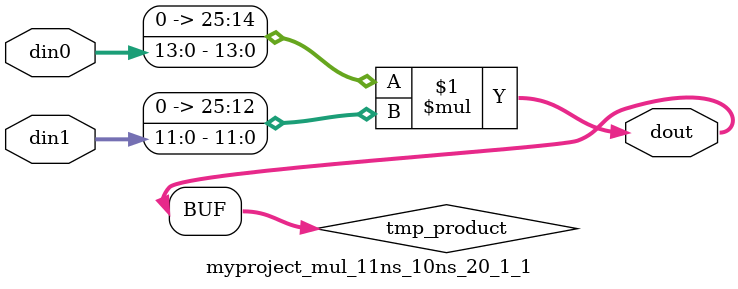
<source format=v>

`timescale 1 ns / 1 ps

 module myproject_mul_11ns_10ns_20_1_1(din0, din1, dout);
parameter ID = 1;
parameter NUM_STAGE = 0;
parameter din0_WIDTH = 14;
parameter din1_WIDTH = 12;
parameter dout_WIDTH = 26;

input [din0_WIDTH - 1 : 0] din0; 
input [din1_WIDTH - 1 : 0] din1; 
output [dout_WIDTH - 1 : 0] dout;

wire signed [dout_WIDTH - 1 : 0] tmp_product;
























assign tmp_product = $signed({1'b0, din0}) * $signed({1'b0, din1});











assign dout = tmp_product;





















endmodule

</source>
